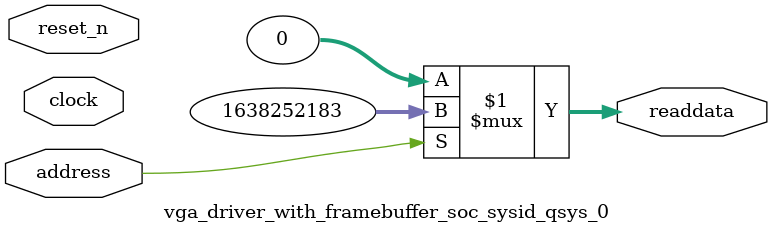
<source format=v>



// synthesis translate_off
`timescale 1ns / 1ps
// synthesis translate_on

// turn off superfluous verilog processor warnings 
// altera message_level Level1 
// altera message_off 10034 10035 10036 10037 10230 10240 10030 

module vga_driver_with_framebuffer_soc_sysid_qsys_0 (
               // inputs:
                address,
                clock,
                reset_n,

               // outputs:
                readdata
             )
;

  output  [ 31: 0] readdata;
  input            address;
  input            clock;
  input            reset_n;

  wire    [ 31: 0] readdata;
  //control_slave, which is an e_avalon_slave
  assign readdata = address ? 1638252183 : 0;

endmodule



</source>
